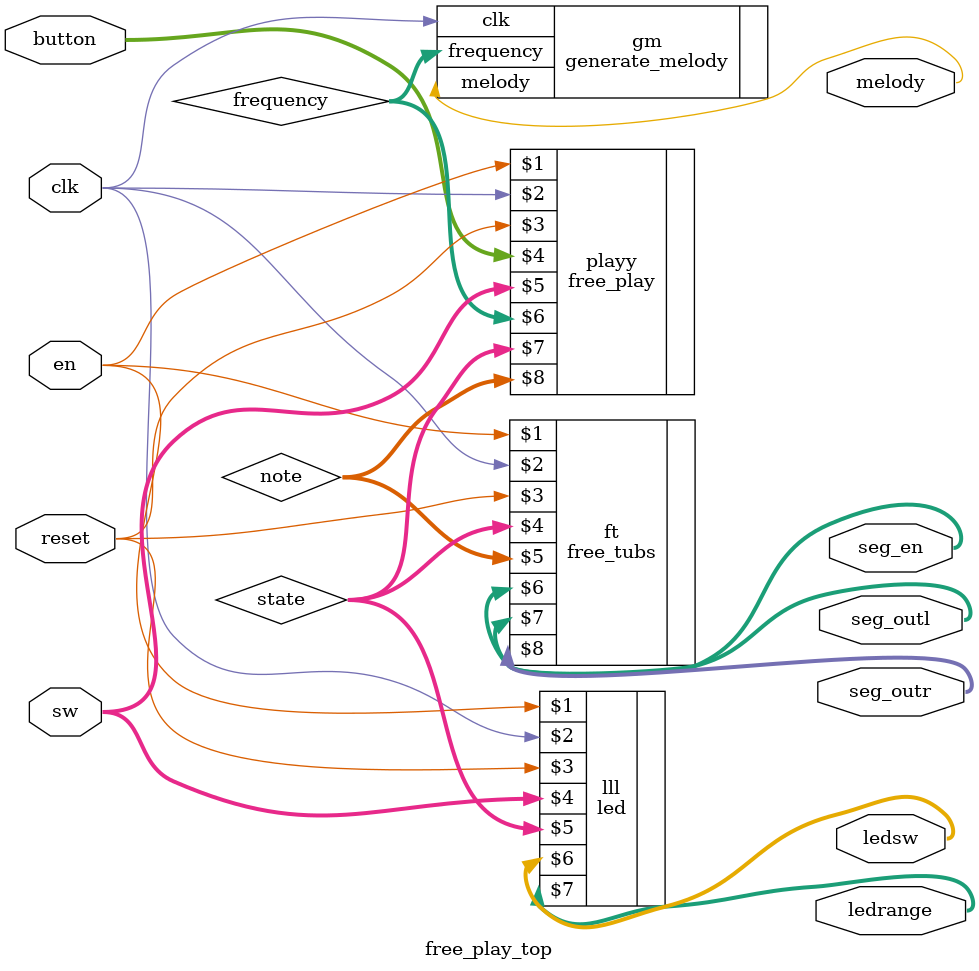
<source format=v>
`timescale 1ns / 1ps


module free_play_top(
 input en,
 input clk, input reset,
 input wire [2:0] button,
 input [7:0] sw,
 output melody,
 output [7:0] ledsw,
 output [7:0] ledrange,
 output [7:0] seg_en,
 output [7:0]seg_outl, //left
 output [7:0]seg_outr //right
    );
     `include "ppppparameters.v"
    wire [10:0] frequency;
    wire [1:0] state;
    wire [2:0] note;

    
    free_play playy(en, clk, reset, button, sw, frequency, state, note);
    
    led lll(en,clk, reset, sw, state, ledsw, ledrange);
    
    free_tubs ft(en, clk, reset, state, note, seg_en, seg_outl, seg_outr);
    
    
    generate_melody gm(.clk(clk), .frequency(frequency), .melody(melody));
endmodule

</source>
